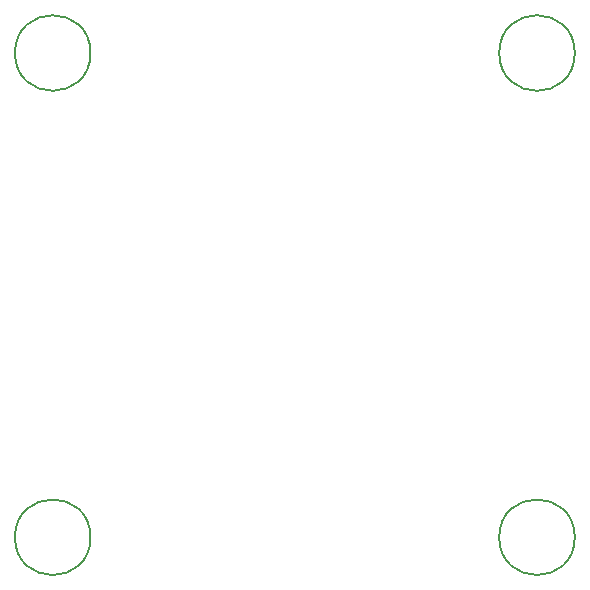
<source format=gbr>
%TF.GenerationSoftware,KiCad,Pcbnew,7.0.6*%
%TF.CreationDate,2024-06-28T04:54:33+09:00*%
%TF.ProjectId,artnet-neopixel,6172746e-6574-42d6-9e65-6f706978656c,rev?*%
%TF.SameCoordinates,Original*%
%TF.FileFunction,Other,Comment*%
%FSLAX46Y46*%
G04 Gerber Fmt 4.6, Leading zero omitted, Abs format (unit mm)*
G04 Created by KiCad (PCBNEW 7.0.6) date 2024-06-28 04:54:33*
%MOMM*%
%LPD*%
G01*
G04 APERTURE LIST*
%ADD10C,0.150000*%
G04 APERTURE END LIST*
D10*
%TO.C,H1*%
X57700000Y-54500000D02*
G75*
G03*
X57700000Y-54500000I-3200000J0D01*
G01*
%TO.C,H4*%
X98700000Y-95500000D02*
G75*
G03*
X98700000Y-95500000I-3200000J0D01*
G01*
%TO.C,H3*%
X57700000Y-95500000D02*
G75*
G03*
X57700000Y-95500000I-3200000J0D01*
G01*
%TO.C,H2*%
X98700000Y-54500000D02*
G75*
G03*
X98700000Y-54500000I-3200000J0D01*
G01*
%TD*%
M02*

</source>
